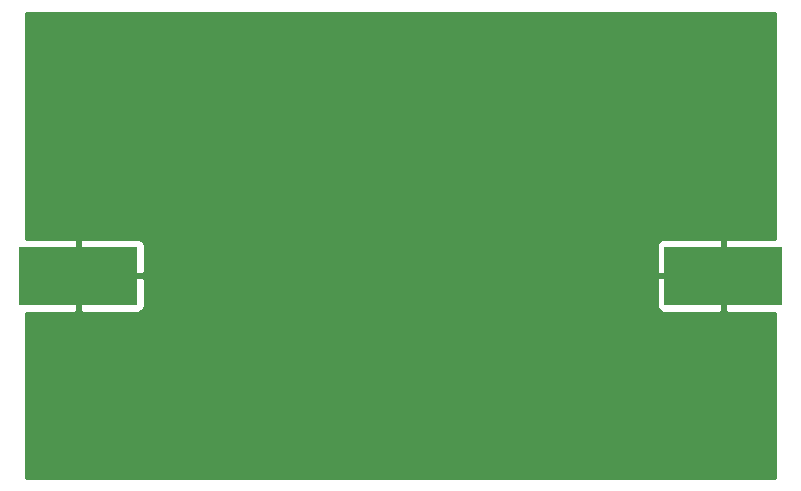
<source format=gbr>
%TF.GenerationSoftware,KiCad,Pcbnew,(5.1.8)-1*%
%TF.CreationDate,2021-05-19T18:10:43+02:00*%
%TF.ProjectId,dummy,64756d6d-792e-46b6-9963-61645f706362,rev?*%
%TF.SameCoordinates,Original*%
%TF.FileFunction,Copper,L2,Bot*%
%TF.FilePolarity,Positive*%
%FSLAX46Y46*%
G04 Gerber Fmt 4.6, Leading zero omitted, Abs format (unit mm)*
G04 Created by KiCad (PCBNEW (5.1.8)-1) date 2021-05-19 18:10:43*
%MOMM*%
%LPD*%
G01*
G04 APERTURE LIST*
%TA.AperFunction,SMDPad,CuDef*%
%ADD10R,10.000000X5.000000*%
%TD*%
%TA.AperFunction,Conductor*%
%ADD11C,0.254000*%
%TD*%
%TA.AperFunction,Conductor*%
%ADD12C,0.100000*%
%TD*%
G04 APERTURE END LIST*
D10*
%TO.P,J10,1*%
%TO.N,Net-(J10-Pad1)*%
X195580000Y-63500000D03*
%TD*%
%TO.P,J9,1*%
%TO.N,Net-(J10-Pad1)*%
X140970000Y-63500000D03*
%TD*%
D11*
%TO.N,Net-(J10-Pad1)*%
X200000001Y-60362306D02*
X195865750Y-60365000D01*
X195707000Y-60523750D01*
X195707000Y-63373000D01*
X195727000Y-63373000D01*
X195727000Y-63627000D01*
X195707000Y-63627000D01*
X195707000Y-66476250D01*
X195865750Y-66635000D01*
X200000000Y-66637694D01*
X200000000Y-80620000D01*
X136550000Y-80620000D01*
X136550000Y-66637694D01*
X140684250Y-66635000D01*
X140843000Y-66476250D01*
X140843000Y-63627000D01*
X141097000Y-63627000D01*
X141097000Y-66476250D01*
X141255750Y-66635000D01*
X145970000Y-66638072D01*
X146094482Y-66625812D01*
X146214180Y-66589502D01*
X146324494Y-66530537D01*
X146421185Y-66451185D01*
X146500537Y-66354494D01*
X146559502Y-66244180D01*
X146595812Y-66124482D01*
X146608072Y-66000000D01*
X189941928Y-66000000D01*
X189954188Y-66124482D01*
X189990498Y-66244180D01*
X190049463Y-66354494D01*
X190128815Y-66451185D01*
X190225506Y-66530537D01*
X190335820Y-66589502D01*
X190455518Y-66625812D01*
X190580000Y-66638072D01*
X195294250Y-66635000D01*
X195453000Y-66476250D01*
X195453000Y-63627000D01*
X190103750Y-63627000D01*
X189945000Y-63785750D01*
X189941928Y-66000000D01*
X146608072Y-66000000D01*
X146605000Y-63785750D01*
X146446250Y-63627000D01*
X141097000Y-63627000D01*
X140843000Y-63627000D01*
X140823000Y-63627000D01*
X140823000Y-63373000D01*
X140843000Y-63373000D01*
X140843000Y-60523750D01*
X141097000Y-60523750D01*
X141097000Y-63373000D01*
X146446250Y-63373000D01*
X146605000Y-63214250D01*
X146608072Y-61000000D01*
X189941928Y-61000000D01*
X189945000Y-63214250D01*
X190103750Y-63373000D01*
X195453000Y-63373000D01*
X195453000Y-60523750D01*
X195294250Y-60365000D01*
X190580000Y-60361928D01*
X190455518Y-60374188D01*
X190335820Y-60410498D01*
X190225506Y-60469463D01*
X190128815Y-60548815D01*
X190049463Y-60645506D01*
X189990498Y-60755820D01*
X189954188Y-60875518D01*
X189941928Y-61000000D01*
X146608072Y-61000000D01*
X146595812Y-60875518D01*
X146559502Y-60755820D01*
X146500537Y-60645506D01*
X146421185Y-60548815D01*
X146324494Y-60469463D01*
X146214180Y-60410498D01*
X146094482Y-60374188D01*
X145970000Y-60361928D01*
X141255750Y-60365000D01*
X141097000Y-60523750D01*
X140843000Y-60523750D01*
X140684250Y-60365000D01*
X136550000Y-60362306D01*
X136550000Y-41300000D01*
X200000001Y-41300000D01*
X200000001Y-60362306D01*
%TA.AperFunction,Conductor*%
D12*
G36*
X200000001Y-60362306D02*
G01*
X195865750Y-60365000D01*
X195707000Y-60523750D01*
X195707000Y-63373000D01*
X195727000Y-63373000D01*
X195727000Y-63627000D01*
X195707000Y-63627000D01*
X195707000Y-66476250D01*
X195865750Y-66635000D01*
X200000000Y-66637694D01*
X200000000Y-80620000D01*
X136550000Y-80620000D01*
X136550000Y-66637694D01*
X140684250Y-66635000D01*
X140843000Y-66476250D01*
X140843000Y-63627000D01*
X141097000Y-63627000D01*
X141097000Y-66476250D01*
X141255750Y-66635000D01*
X145970000Y-66638072D01*
X146094482Y-66625812D01*
X146214180Y-66589502D01*
X146324494Y-66530537D01*
X146421185Y-66451185D01*
X146500537Y-66354494D01*
X146559502Y-66244180D01*
X146595812Y-66124482D01*
X146608072Y-66000000D01*
X189941928Y-66000000D01*
X189954188Y-66124482D01*
X189990498Y-66244180D01*
X190049463Y-66354494D01*
X190128815Y-66451185D01*
X190225506Y-66530537D01*
X190335820Y-66589502D01*
X190455518Y-66625812D01*
X190580000Y-66638072D01*
X195294250Y-66635000D01*
X195453000Y-66476250D01*
X195453000Y-63627000D01*
X190103750Y-63627000D01*
X189945000Y-63785750D01*
X189941928Y-66000000D01*
X146608072Y-66000000D01*
X146605000Y-63785750D01*
X146446250Y-63627000D01*
X141097000Y-63627000D01*
X140843000Y-63627000D01*
X140823000Y-63627000D01*
X140823000Y-63373000D01*
X140843000Y-63373000D01*
X140843000Y-60523750D01*
X141097000Y-60523750D01*
X141097000Y-63373000D01*
X146446250Y-63373000D01*
X146605000Y-63214250D01*
X146608072Y-61000000D01*
X189941928Y-61000000D01*
X189945000Y-63214250D01*
X190103750Y-63373000D01*
X195453000Y-63373000D01*
X195453000Y-60523750D01*
X195294250Y-60365000D01*
X190580000Y-60361928D01*
X190455518Y-60374188D01*
X190335820Y-60410498D01*
X190225506Y-60469463D01*
X190128815Y-60548815D01*
X190049463Y-60645506D01*
X189990498Y-60755820D01*
X189954188Y-60875518D01*
X189941928Y-61000000D01*
X146608072Y-61000000D01*
X146595812Y-60875518D01*
X146559502Y-60755820D01*
X146500537Y-60645506D01*
X146421185Y-60548815D01*
X146324494Y-60469463D01*
X146214180Y-60410498D01*
X146094482Y-60374188D01*
X145970000Y-60361928D01*
X141255750Y-60365000D01*
X141097000Y-60523750D01*
X140843000Y-60523750D01*
X140684250Y-60365000D01*
X136550000Y-60362306D01*
X136550000Y-41300000D01*
X200000001Y-41300000D01*
X200000001Y-60362306D01*
G37*
%TD.AperFunction*%
%TD*%
M02*

</source>
